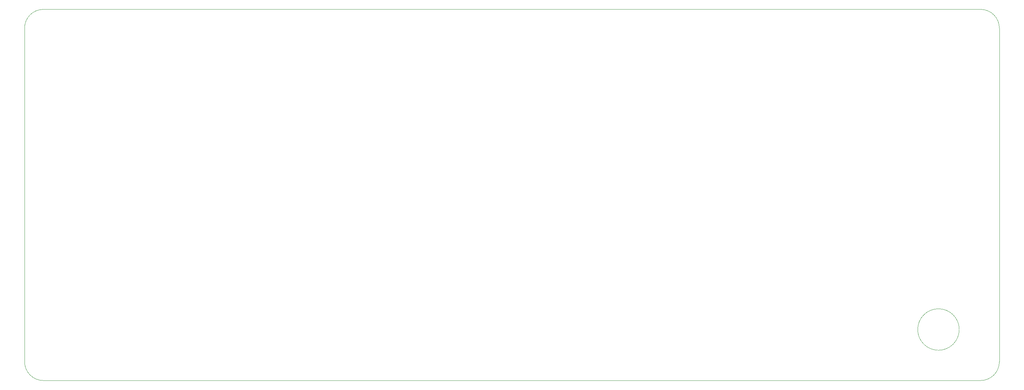
<source format=gbr>
%TF.GenerationSoftware,KiCad,Pcbnew,(6.0.0)*%
%TF.CreationDate,2022-08-03T23:10:52+01:00*%
%TF.ProjectId,Decware SE84 SMD,44656377-6172-4652-9053-45383420534d,rev?*%
%TF.SameCoordinates,Original*%
%TF.FileFunction,Profile,NP*%
%FSLAX46Y46*%
G04 Gerber Fmt 4.6, Leading zero omitted, Abs format (unit mm)*
G04 Created by KiCad (PCBNEW (6.0.0)) date 2022-08-03 23:10:52*
%MOMM*%
%LPD*%
G01*
G04 APERTURE LIST*
%TA.AperFunction,Profile*%
%ADD10C,0.100000*%
%TD*%
G04 APERTURE END LIST*
D10*
X255500000Y-74720000D02*
G75*
G03*
X250840000Y-70060000I-4659999J1D01*
G01*
X18050000Y-70060000D02*
G75*
G03*
X13390000Y-74720000I-1J-4659999D01*
G01*
X255500000Y-157740000D02*
X255500000Y-74720000D01*
X13390000Y-74720000D02*
X13390000Y-157740000D01*
X250840000Y-162400000D02*
G75*
G03*
X255500000Y-157740000I0J4660000D01*
G01*
X18050000Y-162400000D02*
X250840000Y-162400000D01*
X13390000Y-157740000D02*
G75*
G03*
X18050000Y-162400000I4659999J-1D01*
G01*
X245538903Y-149710000D02*
G75*
G03*
X245538903Y-149710000I-5158903J0D01*
G01*
X250840000Y-70060000D02*
X18050000Y-70060000D01*
M02*

</source>
